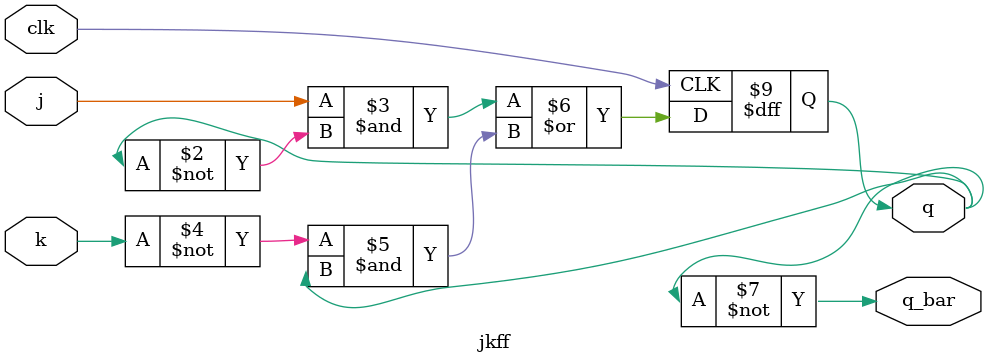
<source format=v>
module jkff(
    input wire clk,
    input wire j,
    input wire k, 
    output reg  q,
    output wire q_bar
);
    initial q = 1'b0;
    always @(posedge clk) begin
        q <= (j & ~q) | (~k & q);
    end
    assign q_bar = ~q;
endmodule

</source>
